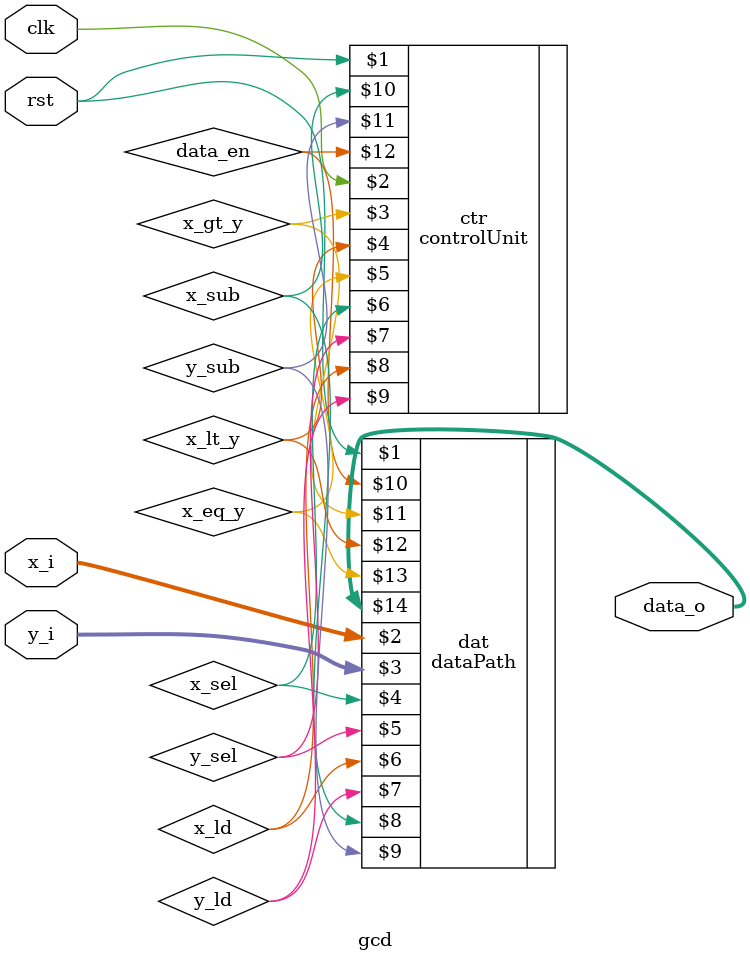
<source format=v>
module gcd #(
    parameter size = 8
)(
    input rst,clk,
    input [size-1:0] x_i,y_i,
    output [size-1:0] data_o
);

wire x_gt_y,x_lt_y,x_eq_y,x_sel,y_sel,x_id,y_id,x_sub,y_sub,data_en;

controlUnit #(size) ctr (rst,clk,x_gt_y,x_lt_y,x_eq_y,x_sel,y_sel,x_ld,y_ld,x_sub,y_sub,data_en);
dataPath    #(size) dat (rst,x_i,y_i,x_sel,y_sel,x_ld,y_ld,x_sub,y_sub,data_en,x_gt_y,x_lt_y,x_eq_y,data_o);
endmodule

/*
  input [size-1:0]x_i,
    input [size-1:0]y_i,
    input x_sel,y_sel,
    input x_id,y_id,
    input x_sub,y_sub,data_en,
    output x_gt_y,x_lt_y,x_eq_y,
    output [size-1:0]data_o


   input rst,clk,
    inout x_gt_y,x_lt_y,x_eq_y,
    output x_sel,y_sel,
    output y_id,x_id,x_sub,y_sub,
    output data_en
    */
</source>
